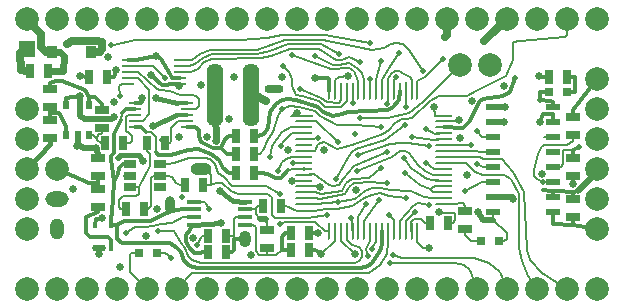
<source format=gtl>
G04 (created by PCBNEW-RS274X (2011-05-25)-stable) date Thu 12 Mar 2015 10:15:44 GMT*
G01*
G70*
G90*
%MOIN*%
G04 Gerber Fmt 3.4, Leading zero omitted, Abs format*
%FSLAX34Y34*%
G04 APERTURE LIST*
%ADD10C,0.006000*%
%ADD11O,0.047200X0.070900*%
%ADD12O,0.078300X0.051200*%
%ADD13C,0.078700*%
%ADD14R,0.055000X0.055000*%
%ADD15R,0.060000X0.009800*%
%ADD16O,0.060000X0.009800*%
%ADD17O,0.009800X0.060000*%
%ADD18R,0.039400X0.027600*%
%ADD19R,0.020000X0.030000*%
%ADD20R,0.045000X0.020000*%
%ADD21R,0.025000X0.045000*%
%ADD22R,0.045000X0.025000*%
%ADD23R,0.050000X0.015000*%
%ADD24R,0.039400X0.010600*%
%ADD25R,0.031400X0.031400*%
%ADD26O,0.055100X0.210200*%
%ADD27R,0.015700X0.019700*%
%ADD28R,0.035400X0.040200*%
%ADD29O,0.070900X0.039400*%
%ADD30O,0.063000X0.027600*%
%ADD31O,0.039400X0.055100*%
%ADD32O,0.031500X0.059100*%
%ADD33O,0.039400X0.019700*%
%ADD34C,0.025000*%
%ADD35C,0.020000*%
%ADD36C,0.011800*%
%ADD37C,0.005000*%
%ADD38C,0.007900*%
%ADD39C,0.019700*%
%ADD40C,0.027600*%
%ADD41C,0.015700*%
%ADD42C,0.023600*%
G04 APERTURE END LIST*
G54D10*
G54D11*
X48000Y-38000D03*
G54D12*
X48000Y-37000D03*
G54D13*
X48000Y-36000D03*
G54D14*
X47000Y-32000D03*
G54D13*
X47000Y-38000D03*
X47000Y-37000D03*
X47000Y-36000D03*
X47000Y-35000D03*
X47000Y-34000D03*
X66000Y-38000D03*
X66000Y-37000D03*
X66000Y-36000D03*
X66000Y-35000D03*
X66000Y-34000D03*
X66000Y-33000D03*
X47000Y-40000D03*
X48000Y-40000D03*
X49000Y-40000D03*
X50000Y-40000D03*
X51000Y-40000D03*
X52000Y-40000D03*
X53000Y-40000D03*
X54000Y-40000D03*
X55000Y-40000D03*
X56000Y-40000D03*
X57000Y-40000D03*
X58000Y-40000D03*
X59000Y-40000D03*
X60000Y-40000D03*
X61000Y-40000D03*
X62000Y-40000D03*
X63000Y-40000D03*
X64000Y-40000D03*
X65000Y-40000D03*
X66000Y-40000D03*
X47000Y-31000D03*
X48000Y-31000D03*
X49000Y-31000D03*
X50000Y-31000D03*
X51000Y-31000D03*
X52000Y-31000D03*
X53000Y-31000D03*
X54000Y-31000D03*
X55000Y-31000D03*
X56000Y-31000D03*
X57000Y-31000D03*
X58000Y-31000D03*
X59000Y-31000D03*
X60000Y-31000D03*
X61000Y-31000D03*
X62000Y-31000D03*
X63000Y-31000D03*
X64000Y-31000D03*
X65000Y-31000D03*
X66000Y-31000D03*
X62450Y-32525D03*
X61450Y-32525D03*
G54D15*
X56239Y-34224D03*
G54D16*
X56239Y-34421D03*
X56239Y-34618D03*
X56239Y-34815D03*
X56239Y-35012D03*
X56239Y-35208D03*
X56239Y-35405D03*
X56239Y-35602D03*
X56239Y-35799D03*
X56239Y-35996D03*
X56239Y-36193D03*
X56239Y-36389D03*
X56239Y-36586D03*
X56239Y-36783D03*
X56239Y-36980D03*
X56239Y-37177D03*
G54D17*
X57074Y-38075D03*
X57271Y-38075D03*
X57468Y-38075D03*
X57665Y-38075D03*
X57862Y-38075D03*
X58058Y-38075D03*
X58255Y-38075D03*
X58452Y-38075D03*
X58649Y-38075D03*
X58846Y-38075D03*
X59043Y-38075D03*
X59239Y-38075D03*
X59436Y-38075D03*
X59633Y-38075D03*
X59830Y-38075D03*
X60027Y-38075D03*
G54D16*
X60925Y-37177D03*
X60925Y-36980D03*
X60925Y-36783D03*
X60925Y-36586D03*
X60925Y-36389D03*
X60925Y-36193D03*
X60925Y-35996D03*
X60925Y-35799D03*
X60925Y-35602D03*
X60925Y-35405D03*
X60925Y-35208D03*
X60925Y-35012D03*
X60925Y-34815D03*
X60925Y-34618D03*
X60925Y-34421D03*
X60925Y-34224D03*
G54D17*
X60027Y-33389D03*
X59830Y-33389D03*
X59436Y-33389D03*
X59633Y-33382D03*
X59239Y-33389D03*
X59043Y-33389D03*
X58846Y-33389D03*
X58649Y-33389D03*
X58452Y-33389D03*
X58255Y-33389D03*
X58061Y-33389D03*
X57864Y-33389D03*
X57667Y-33389D03*
X57470Y-33389D03*
X57274Y-33389D03*
X57077Y-33389D03*
G54D18*
X51450Y-35850D03*
X51450Y-36225D03*
X51450Y-36600D03*
X50450Y-36600D03*
X50450Y-36225D03*
X50450Y-35850D03*
G54D19*
X48325Y-34875D03*
X49075Y-34875D03*
X48325Y-33875D03*
X48700Y-34875D03*
X49075Y-33875D03*
G54D20*
X62543Y-33939D03*
X62543Y-34439D03*
X62543Y-34939D03*
X62543Y-35439D03*
X62543Y-35939D03*
X62543Y-36439D03*
X62543Y-36939D03*
X62543Y-37439D03*
X64543Y-37439D03*
X64543Y-36939D03*
X64543Y-36439D03*
X64543Y-35939D03*
X64543Y-35439D03*
X64543Y-34939D03*
X64543Y-34439D03*
X64543Y-33939D03*
G54D21*
X53975Y-36125D03*
X54575Y-36125D03*
X53975Y-34900D03*
X54575Y-34900D03*
X53975Y-35500D03*
X54575Y-35500D03*
G54D22*
X61625Y-37400D03*
X61625Y-38000D03*
G54D21*
X56400Y-38150D03*
X55800Y-38150D03*
G54D22*
X49375Y-35625D03*
X49375Y-36225D03*
G54D21*
X50900Y-37350D03*
X50300Y-37350D03*
X53650Y-38225D03*
X53050Y-38225D03*
X55800Y-38700D03*
X56400Y-38700D03*
X51600Y-35150D03*
X51000Y-35150D03*
X52875Y-36525D03*
X52275Y-36525D03*
G54D22*
X55025Y-38025D03*
X55025Y-38625D03*
G54D21*
X55475Y-37250D03*
X54875Y-37250D03*
X49625Y-35150D03*
X50225Y-35150D03*
G54D22*
X49525Y-34650D03*
X49525Y-34050D03*
X47775Y-33925D03*
X47775Y-33325D03*
X47775Y-34975D03*
X47775Y-34375D03*
X49375Y-37275D03*
X49375Y-36675D03*
G54D21*
X49675Y-32925D03*
X49075Y-32925D03*
G54D22*
X65225Y-37000D03*
X65225Y-37600D03*
G54D21*
X60450Y-37800D03*
X61050Y-37800D03*
X53650Y-38775D03*
X53050Y-38775D03*
G54D23*
X52575Y-37091D03*
X52575Y-37347D03*
X52575Y-37603D03*
X52575Y-37859D03*
X54275Y-37859D03*
X54275Y-37603D03*
X54275Y-37347D03*
X54275Y-37091D03*
G54D24*
X52350Y-34600D03*
X52350Y-34400D03*
X52350Y-34200D03*
X52350Y-34000D03*
X52350Y-33800D03*
X50600Y-33800D03*
X50600Y-34000D03*
X50600Y-34200D03*
X50600Y-34400D03*
X50600Y-34600D03*
X50375Y-32375D03*
X50375Y-32575D03*
X50375Y-32775D03*
X50375Y-32975D03*
X50375Y-33175D03*
X52125Y-33175D03*
X52125Y-32975D03*
X52125Y-32775D03*
X52125Y-32575D03*
X52125Y-32375D03*
G54D25*
X62155Y-38400D03*
X62745Y-38400D03*
X50755Y-38800D03*
X51345Y-38800D03*
G54D26*
X53284Y-33525D03*
X54466Y-33525D03*
G54D27*
X49806Y-37876D03*
X49294Y-37876D03*
X49294Y-38624D03*
X49550Y-38624D03*
X49806Y-38624D03*
G54D28*
X47854Y-32100D03*
X49146Y-32100D03*
G54D22*
X65200Y-35625D03*
X65200Y-36225D03*
X65217Y-34267D03*
X65217Y-34867D03*
G54D29*
X52800Y-36000D03*
G54D30*
X55250Y-33325D03*
G54D31*
X54275Y-38350D03*
G54D21*
X47725Y-32725D03*
X47125Y-32725D03*
G54D32*
X51775Y-37200D03*
G54D33*
X54875Y-37675D03*
G54D21*
X64425Y-32950D03*
X65025Y-32950D03*
G54D25*
X64405Y-33450D03*
X64995Y-33450D03*
G54D34*
X54475Y-38875D03*
G54D35*
X60200Y-32750D03*
X60325Y-35800D03*
X58300Y-37175D03*
X57400Y-32175D03*
X57000Y-37525D03*
X58025Y-36075D03*
X55450Y-36850D03*
X55450Y-37850D03*
X58825Y-34600D03*
X59575Y-35625D03*
X55500Y-34000D03*
X55325Y-33350D03*
X57875Y-33800D03*
X58100Y-34300D03*
X59075Y-37550D03*
X59650Y-36975D03*
X59625Y-36150D03*
X59000Y-33825D03*
X59950Y-37450D03*
X61625Y-36750D03*
X60400Y-35225D03*
X58050Y-35550D03*
X57375Y-35100D03*
X58825Y-35975D03*
X59025Y-36475D03*
X59850Y-34950D03*
X60325Y-34675D03*
X63275Y-32975D03*
X60875Y-32350D03*
X59400Y-32150D03*
X58800Y-32400D03*
X58450Y-33000D03*
X56600Y-32250D03*
X55850Y-32200D03*
X55550Y-32575D03*
X56125Y-33350D03*
X55375Y-36075D03*
X55875Y-35800D03*
X59300Y-32950D03*
X55100Y-35600D03*
X55475Y-35225D03*
X59025Y-35425D03*
X59100Y-39150D03*
X58375Y-38900D03*
X58525Y-38675D03*
X59200Y-38875D03*
G54D34*
X56775Y-36600D03*
G54D35*
X56700Y-34975D03*
X59625Y-34550D03*
X57325Y-36350D03*
X57375Y-37100D03*
X59650Y-33950D03*
X51375Y-38075D03*
X58450Y-31800D03*
X49800Y-31880D03*
X57825Y-37625D03*
X60400Y-37200D03*
G54D34*
X61425Y-34375D03*
G54D35*
X64100Y-33700D03*
G54D34*
X64175Y-36175D03*
X65200Y-36500D03*
X64075Y-32900D03*
X64125Y-34425D03*
G54D35*
X62000Y-34750D03*
G54D34*
X56625Y-32975D03*
X50975Y-38225D03*
X60425Y-38625D03*
X63200Y-37000D03*
X62933Y-33937D03*
X56700Y-38150D03*
X60950Y-31600D03*
X51525Y-36600D03*
X57950Y-38850D03*
X60575Y-33925D03*
X56900Y-35375D03*
X56025Y-34150D03*
X52550Y-38300D03*
X53450Y-36725D03*
X51320Y-32240D03*
X51315Y-33626D03*
X50850Y-33625D03*
G54D35*
X61800Y-35200D03*
X62000Y-35850D03*
X51800Y-38975D03*
X57950Y-34850D03*
G54D34*
X48550Y-36675D03*
X61675Y-36200D03*
X60750Y-37450D03*
X55850Y-36400D03*
X55525Y-32925D03*
X52825Y-33200D03*
X49900Y-33775D03*
G54D35*
X52175Y-36925D03*
G54D34*
X50110Y-39270D03*
X51228Y-34575D03*
X53750Y-34325D03*
X53900Y-32950D03*
X62925Y-33225D03*
X62925Y-34450D03*
X49300Y-35300D03*
X61450Y-34975D03*
X61850Y-33725D03*
X62250Y-31750D03*
X52075Y-34950D03*
X53025Y-34925D03*
X49725Y-32275D03*
X51350Y-37325D03*
X50350Y-36225D03*
X57975Y-36700D03*
X56800Y-38850D03*
X62050Y-37425D03*
X55725Y-35375D03*
X48764Y-32921D03*
X52075Y-33225D03*
X53475Y-37800D03*
X48675Y-35225D03*
X49425Y-38850D03*
X51150Y-32875D03*
X57725Y-32900D03*
X53300Y-35075D03*
X54475Y-32900D03*
X54975Y-33750D03*
X49925Y-34287D03*
X49975Y-32700D03*
G54D35*
X50050Y-35625D03*
G54D34*
X50875Y-35725D03*
X49500Y-37650D03*
X48775Y-33575D03*
X48340Y-31840D03*
G54D35*
X58100Y-32450D03*
X58750Y-37025D03*
X50300Y-38125D03*
X50100Y-33575D03*
X51600Y-32975D03*
X51500Y-35050D03*
X53075Y-37325D03*
X52675Y-38550D03*
X65425Y-35275D03*
X64575Y-35425D03*
X64375Y-34925D03*
X64217Y-36449D03*
G54D36*
X58375Y-39225D02*
X58500Y-39125D01*
X52000Y-38650D02*
X52136Y-38761D01*
X52136Y-38761D02*
X52250Y-39075D01*
X52250Y-39075D02*
X52450Y-39250D01*
X52450Y-39250D02*
X52675Y-39300D01*
X52675Y-39300D02*
X58150Y-39300D01*
X58375Y-39225D02*
X58150Y-39300D01*
X50171Y-38475D02*
X51767Y-38475D01*
X51767Y-38475D02*
X52000Y-38650D01*
X50025Y-38040D02*
X50025Y-38350D01*
X50025Y-38350D02*
X50171Y-38475D01*
X58800Y-38675D02*
X58850Y-38475D01*
X58500Y-39125D02*
X58700Y-38850D01*
X58700Y-38850D02*
X58800Y-38675D01*
X58850Y-38475D02*
X58846Y-38075D01*
G54D37*
X51775Y-37200D02*
X51775Y-37325D01*
X51775Y-37325D02*
X51850Y-37400D01*
G54D36*
X49875Y-36125D02*
X49925Y-36425D01*
X49806Y-37876D02*
X50024Y-37876D01*
X50025Y-37875D02*
X50025Y-38040D01*
X50024Y-37876D02*
X50025Y-37875D01*
X49806Y-37876D02*
X49806Y-37656D01*
X49800Y-37650D02*
X49850Y-37475D01*
X49850Y-37475D02*
X49925Y-36425D01*
X49806Y-37656D02*
X49800Y-37650D01*
X50050Y-36175D02*
X50075Y-35975D01*
X50075Y-35975D02*
X50200Y-35850D01*
X50200Y-35850D02*
X50450Y-35850D01*
X49925Y-36425D02*
X50050Y-36175D01*
X49825Y-35575D02*
X49825Y-35700D01*
X49825Y-35700D02*
X49875Y-36125D01*
X49825Y-35575D02*
X49900Y-35475D01*
X50303Y-34000D02*
X50173Y-34122D01*
X50600Y-34000D02*
X50303Y-34000D01*
G54D38*
X50150Y-34375D02*
X50173Y-34122D01*
G54D36*
X49900Y-35475D02*
X49900Y-34825D01*
X49900Y-34825D02*
X50150Y-34375D01*
X50020Y-37880D02*
X50025Y-38040D01*
X50020Y-37880D02*
X50250Y-37725D01*
X50250Y-37725D02*
X51150Y-37725D01*
X51150Y-37725D02*
X51525Y-37550D01*
X51525Y-37550D02*
X51850Y-37400D01*
X51850Y-37400D02*
X52225Y-37350D01*
X52225Y-37350D02*
X52575Y-37347D01*
G54D38*
X60925Y-35996D02*
X60575Y-36000D01*
X52528Y-32378D02*
X52775Y-32170D01*
X52775Y-32170D02*
X53125Y-32025D01*
X53125Y-32025D02*
X54675Y-32025D01*
X54675Y-32025D02*
X55150Y-31875D01*
X55150Y-31875D02*
X55600Y-31700D01*
X55600Y-31700D02*
X56875Y-31700D01*
X56875Y-31700D02*
X58350Y-32000D01*
X58350Y-32000D02*
X58525Y-32025D01*
X58525Y-32025D02*
X58900Y-31975D01*
X58900Y-31975D02*
X59150Y-31850D01*
X59150Y-31850D02*
X59325Y-31800D01*
X59325Y-31800D02*
X59550Y-31850D01*
X59550Y-31850D02*
X59750Y-32025D01*
X59750Y-32025D02*
X60200Y-32750D01*
X52528Y-32378D02*
X52125Y-32375D01*
X60575Y-36000D02*
X60325Y-35800D01*
X58058Y-38075D02*
X58058Y-37602D01*
X58058Y-37602D02*
X58300Y-37175D01*
X52425Y-32575D02*
X52125Y-32575D01*
X52875Y-32300D02*
X52600Y-32508D01*
X52600Y-32508D02*
X52425Y-32575D01*
X54675Y-32175D02*
X53175Y-32175D01*
X53175Y-32175D02*
X52875Y-32300D01*
X55700Y-31850D02*
X55125Y-32084D01*
X55125Y-32084D02*
X54675Y-32175D01*
X56800Y-31850D02*
X55700Y-31850D01*
X57400Y-32175D02*
X56800Y-31850D01*
X53150Y-36525D02*
X53150Y-36225D01*
X53150Y-36225D02*
X53075Y-36025D01*
X53075Y-36025D02*
X52800Y-36000D01*
X52875Y-36525D02*
X53150Y-36525D01*
X55175Y-37525D02*
X55275Y-37625D01*
X55275Y-37625D02*
X56375Y-37625D01*
X56375Y-37625D02*
X57000Y-37525D01*
X58025Y-36075D02*
X58850Y-35725D01*
X58850Y-35725D02*
X59175Y-35600D01*
X59175Y-35600D02*
X59450Y-35400D01*
X59600Y-35400D02*
X59750Y-35475D01*
X59450Y-35400D02*
X59600Y-35400D01*
X59750Y-35475D02*
X60050Y-35875D01*
X60050Y-35875D02*
X60275Y-36075D01*
X60275Y-36075D02*
X60550Y-36200D01*
X60550Y-36200D02*
X60925Y-36193D01*
X55175Y-36925D02*
X55175Y-37525D01*
X55025Y-36825D02*
X55175Y-36925D01*
X54050Y-36825D02*
X55025Y-36825D01*
X53150Y-36525D02*
X53300Y-36475D01*
X53300Y-36475D02*
X53525Y-36475D01*
X53525Y-36475D02*
X53800Y-36725D01*
X53800Y-36725D02*
X54050Y-36825D01*
X53275Y-35825D02*
X53375Y-36125D01*
X53375Y-36125D02*
X53575Y-36275D01*
X56950Y-38075D02*
X57074Y-38075D01*
X54975Y-36575D02*
X55450Y-36850D01*
X55450Y-37850D02*
X55600Y-37775D01*
X55600Y-37775D02*
X56625Y-37775D01*
X56625Y-37775D02*
X56950Y-38075D01*
X52100Y-35725D02*
X52425Y-35625D01*
X52425Y-35625D02*
X52950Y-35650D01*
X52950Y-35650D02*
X53125Y-35675D01*
X51725Y-35850D02*
X51925Y-35800D01*
X51925Y-35800D02*
X52100Y-35725D01*
X51450Y-35850D02*
X51725Y-35850D01*
X53125Y-35675D02*
X53275Y-35825D01*
X53850Y-36575D02*
X54975Y-36575D01*
X53575Y-36275D02*
X53575Y-36275D01*
X53575Y-36275D02*
X53850Y-36575D01*
X56775Y-34250D02*
X57350Y-34525D01*
X57350Y-34525D02*
X57975Y-34550D01*
X59825Y-35975D02*
X60150Y-36219D01*
X60150Y-36219D02*
X60350Y-36350D01*
X60350Y-36350D02*
X60550Y-36375D01*
X60550Y-36375D02*
X60925Y-36389D01*
X59575Y-35625D02*
X59825Y-35975D01*
X57975Y-34550D02*
X58825Y-34600D01*
X55500Y-34000D02*
X55775Y-33900D01*
X55775Y-33900D02*
X56075Y-33925D01*
X56075Y-33925D02*
X56625Y-34075D01*
X56625Y-34075D02*
X56775Y-34250D01*
X55250Y-33325D02*
X55325Y-33350D01*
X54575Y-35500D02*
X54775Y-35500D01*
X55025Y-35075D02*
X55217Y-34783D01*
X54925Y-35325D02*
X55025Y-35075D01*
X54775Y-35500D02*
X54925Y-35325D01*
X55375Y-34250D02*
X55500Y-34000D01*
X55217Y-34783D02*
X55375Y-34250D01*
X60400Y-33575D02*
X61450Y-32525D01*
X57864Y-33389D02*
X57875Y-33800D01*
X59750Y-34150D02*
X60200Y-33775D01*
X60200Y-33775D02*
X60400Y-33575D01*
X58100Y-34300D02*
X59050Y-34300D01*
X59050Y-34300D02*
X59750Y-34150D01*
X59239Y-38075D02*
X59240Y-37700D01*
X59240Y-37700D02*
X59075Y-37550D01*
X58780Y-36811D02*
X59075Y-36900D01*
X59075Y-36900D02*
X59650Y-36975D01*
X56004Y-37402D02*
X56594Y-37402D01*
X55650Y-37244D02*
X56004Y-37402D01*
X55475Y-37250D02*
X55650Y-37244D01*
X58250Y-36975D02*
X58525Y-36875D01*
X58525Y-36875D02*
X58780Y-36811D01*
X57850Y-37250D02*
X58100Y-37073D01*
X58100Y-37073D02*
X58250Y-36975D01*
X56975Y-37325D02*
X57350Y-37325D01*
X57350Y-37325D02*
X57850Y-37250D01*
X56594Y-37402D02*
X56975Y-37325D01*
G54D10*
X59043Y-33389D02*
X59043Y-33007D01*
X59830Y-33030D02*
X59830Y-33389D01*
X59775Y-32925D02*
X59830Y-33030D01*
X59275Y-32750D02*
X59400Y-32750D01*
X59400Y-32750D02*
X59575Y-32825D01*
X59575Y-32825D02*
X59775Y-32925D01*
X59043Y-33007D02*
X59150Y-32825D01*
X59150Y-32825D02*
X59275Y-32750D01*
X59043Y-33389D02*
X59050Y-33700D01*
G54D38*
X60125Y-36550D02*
X60450Y-36675D01*
X59625Y-36150D02*
X60125Y-36550D01*
G54D10*
X59050Y-33700D02*
X59000Y-33825D01*
G54D38*
X60450Y-36675D02*
X60500Y-36750D01*
X60500Y-36750D02*
X60533Y-36783D01*
X60533Y-36783D02*
X60925Y-36783D01*
X60614Y-36586D02*
X60925Y-36586D01*
X60525Y-36625D02*
X60614Y-36586D01*
X60450Y-36675D02*
X60525Y-36625D01*
X59633Y-38075D02*
X59633Y-37742D01*
X59633Y-37742D02*
X59950Y-37450D01*
X61625Y-36750D02*
X62175Y-36425D01*
X62175Y-36425D02*
X62543Y-36439D01*
X56239Y-34421D02*
X56646Y-34421D01*
X59725Y-35150D02*
X60400Y-35225D01*
X58050Y-35550D02*
X59100Y-35175D01*
X59100Y-35175D02*
X59475Y-35124D01*
X59475Y-35124D02*
X59725Y-35150D01*
X56646Y-34421D02*
X57375Y-35100D01*
X60925Y-37177D02*
X61348Y-37177D01*
X61625Y-37225D02*
X61625Y-37400D01*
X61550Y-37150D02*
X61625Y-37225D01*
X61375Y-37150D02*
X61550Y-37150D01*
X61348Y-37177D02*
X61375Y-37150D01*
X56239Y-36783D02*
X56600Y-36775D01*
X58425Y-36300D02*
X58825Y-35975D01*
X57850Y-36325D02*
X58425Y-36300D01*
X57500Y-36725D02*
X57650Y-36480D01*
X57650Y-36480D02*
X57850Y-36325D01*
X56800Y-36850D02*
X57500Y-36725D01*
X56600Y-36775D02*
X56800Y-36850D01*
X56600Y-36972D02*
X56239Y-36980D01*
X56775Y-37000D02*
X56600Y-36972D01*
X57625Y-36850D02*
X56775Y-37000D01*
X57750Y-36600D02*
X57625Y-36850D01*
X57900Y-36475D02*
X57750Y-36600D01*
X58475Y-36450D02*
X57900Y-36475D01*
X58825Y-36475D02*
X58475Y-36450D01*
X58825Y-36475D02*
X59025Y-36475D01*
X60925Y-35012D02*
X60575Y-35025D01*
X60575Y-35025D02*
X59850Y-34950D01*
X60925Y-34815D02*
X60600Y-34825D01*
X60600Y-34825D02*
X60325Y-34675D01*
G54D36*
X60925Y-34618D02*
X61550Y-34625D01*
X63100Y-33425D02*
X63275Y-32975D01*
X62200Y-33675D02*
X62875Y-33575D01*
X62875Y-33575D02*
X63100Y-33425D01*
X62100Y-33750D02*
X62200Y-33675D01*
X61750Y-34450D02*
X62100Y-33750D01*
X61550Y-34625D02*
X61750Y-34450D01*
G54D38*
X60027Y-33389D02*
X60025Y-33075D01*
X60275Y-32950D02*
X60875Y-32350D01*
X60025Y-33075D02*
X60275Y-32950D01*
X65000Y-40000D02*
X64650Y-39775D01*
X60925Y-35602D02*
X62127Y-35602D01*
X63675Y-38700D02*
X63775Y-39025D01*
X63775Y-39025D02*
X64175Y-39475D01*
X64175Y-39475D02*
X64650Y-39775D01*
X63575Y-36775D02*
X63675Y-38700D01*
X63225Y-36100D02*
X63575Y-36775D01*
X62200Y-35675D02*
X62850Y-35675D01*
X62850Y-35675D02*
X63225Y-36100D01*
X62127Y-35602D02*
X62200Y-35675D01*
X59043Y-38075D02*
X59050Y-38425D01*
X59050Y-38425D02*
X59000Y-38825D01*
X52525Y-39470D02*
X52000Y-40000D01*
X59000Y-38825D02*
X58775Y-39212D01*
X58775Y-39212D02*
X58425Y-39475D01*
X58425Y-39475D02*
X52525Y-39470D01*
X58846Y-33389D02*
X58846Y-33025D01*
X59075Y-32650D02*
X59400Y-32150D01*
X58846Y-33025D02*
X59075Y-32650D01*
X58649Y-33389D02*
X58649Y-33025D01*
X58649Y-33025D02*
X58800Y-32400D01*
X58452Y-33389D02*
X58452Y-32927D01*
X58452Y-32927D02*
X58450Y-33000D01*
X58255Y-33389D02*
X58250Y-33050D01*
X58175Y-32800D02*
X58000Y-32625D01*
X58000Y-32625D02*
X57750Y-32475D01*
X57750Y-32475D02*
X57425Y-32525D01*
X57425Y-32525D02*
X57225Y-32525D01*
X58250Y-33050D02*
X58175Y-32800D01*
X57225Y-32525D02*
X56600Y-32250D01*
X58061Y-33389D02*
X58061Y-33061D01*
X58061Y-33061D02*
X57925Y-32750D01*
X57925Y-32750D02*
X57750Y-32650D01*
X57750Y-32650D02*
X57150Y-32675D01*
X57150Y-32675D02*
X55850Y-32200D01*
X57667Y-33389D02*
X57675Y-33725D01*
X55975Y-33525D02*
X55850Y-33250D01*
X55850Y-33250D02*
X55850Y-33000D01*
X55850Y-33000D02*
X55750Y-32775D01*
X55750Y-32775D02*
X55550Y-32575D01*
X56175Y-33575D02*
X55975Y-33525D01*
X56750Y-33750D02*
X56175Y-33575D01*
X56953Y-33933D02*
X56750Y-33750D01*
X57465Y-33933D02*
X56953Y-33933D01*
X57675Y-33725D02*
X57465Y-33933D01*
X57470Y-33389D02*
X57475Y-33700D01*
X56825Y-33625D02*
X56125Y-33350D01*
X57024Y-33787D02*
X56825Y-33625D01*
X57406Y-33795D02*
X57024Y-33787D01*
X57475Y-33700D02*
X57406Y-33795D01*
X55725Y-35625D02*
X55875Y-35601D01*
X55875Y-35601D02*
X56239Y-35602D01*
X55725Y-35625D02*
X55500Y-35775D01*
X55500Y-35775D02*
X55375Y-36075D01*
X56239Y-35799D02*
X55875Y-35800D01*
X59250Y-33050D02*
X59239Y-33389D01*
X59250Y-33050D02*
X59300Y-32950D01*
X55800Y-34600D02*
X55501Y-34761D01*
X55162Y-35226D02*
X55100Y-35600D01*
X55501Y-34761D02*
X55162Y-35226D01*
X56239Y-34618D02*
X55800Y-34600D01*
X56239Y-34815D02*
X55844Y-34821D01*
G54D10*
X55550Y-35100D02*
X55475Y-35225D01*
X55844Y-34821D02*
X55550Y-35100D01*
G54D38*
X56239Y-36193D02*
X56575Y-36175D01*
X57900Y-35900D02*
X59025Y-35425D01*
X57550Y-36350D02*
X57900Y-35900D01*
X57425Y-36550D02*
X57550Y-36350D01*
X57225Y-36575D02*
X57425Y-36550D01*
X57075Y-36525D02*
X57225Y-36575D01*
X56575Y-36175D02*
X57075Y-36525D01*
X58450Y-38400D02*
X58452Y-38075D01*
X58325Y-38675D02*
X58375Y-38900D01*
X58375Y-38525D02*
X58325Y-38675D01*
X58450Y-38400D02*
X58375Y-38525D01*
X62000Y-40000D02*
X61775Y-39375D01*
X61775Y-39375D02*
X61590Y-39190D01*
X61290Y-39130D02*
X61590Y-39190D01*
X59100Y-39150D02*
X59475Y-39130D01*
X59475Y-39130D02*
X61290Y-39130D01*
X62775Y-39450D02*
X63000Y-40000D01*
X58650Y-38425D02*
X58550Y-38575D01*
X58550Y-38575D02*
X58525Y-38675D01*
X59200Y-38875D02*
X59500Y-38980D01*
X59500Y-38980D02*
X61910Y-38980D01*
X61910Y-38980D02*
X62425Y-39150D01*
X62425Y-39150D02*
X62775Y-39450D01*
X58649Y-38075D02*
X58650Y-38425D01*
X64000Y-40000D02*
X63700Y-39575D01*
X61649Y-35799D02*
X60925Y-35799D01*
X63425Y-38650D02*
X63525Y-39075D01*
X63525Y-39075D02*
X63700Y-39575D01*
X63425Y-36850D02*
X63425Y-38650D01*
X63150Y-36350D02*
X63425Y-36850D01*
X62225Y-36200D02*
X62900Y-36200D01*
X62900Y-36200D02*
X63150Y-36350D01*
X61950Y-36100D02*
X62225Y-36200D01*
X61950Y-36100D02*
X61950Y-36100D01*
X61649Y-35799D02*
X61950Y-36100D01*
G54D10*
X56239Y-36586D02*
X56761Y-36586D01*
X56761Y-36586D02*
X56775Y-36600D01*
G54D37*
X65000Y-31000D02*
X65000Y-31550D01*
G54D38*
X63450Y-31725D02*
X64950Y-31600D01*
X63225Y-31775D02*
X63450Y-31725D01*
X63225Y-32375D02*
X63225Y-31775D01*
X62975Y-32900D02*
X63225Y-32375D01*
X62975Y-32900D02*
X61975Y-33393D01*
G54D37*
X65000Y-31550D02*
X64950Y-31600D01*
G54D38*
X59075Y-34700D02*
X59275Y-34475D01*
X59275Y-34475D02*
X59500Y-34350D01*
X59500Y-34350D02*
X59650Y-34325D01*
X59650Y-34325D02*
X59850Y-34300D01*
X60450Y-33725D02*
X60750Y-33575D01*
X60750Y-33575D02*
X61675Y-33575D01*
X61675Y-33575D02*
X61975Y-33393D01*
X59850Y-34300D02*
X60450Y-33725D01*
X56600Y-35400D02*
X56725Y-35175D01*
X56725Y-35175D02*
X56925Y-35100D01*
X56925Y-35100D02*
X57350Y-35325D01*
X57350Y-35325D02*
X57850Y-35200D01*
X57850Y-35200D02*
X58875Y-34825D01*
X58875Y-34825D02*
X59075Y-34700D01*
X56239Y-35405D02*
X56600Y-35400D01*
G54D36*
X50600Y-34600D02*
X50800Y-34600D01*
X50800Y-34600D02*
X50975Y-34775D01*
G54D38*
X50975Y-34775D02*
X51142Y-34775D01*
G54D36*
X53750Y-36125D02*
X53975Y-36125D01*
X53425Y-35700D02*
X53550Y-35975D01*
X53550Y-35975D02*
X53750Y-36125D01*
X51800Y-35525D02*
X52050Y-35475D01*
X52050Y-35475D02*
X52375Y-35375D01*
X52375Y-35375D02*
X52725Y-35350D01*
X52725Y-35350D02*
X53150Y-35492D01*
X53150Y-35492D02*
X53425Y-35700D01*
X51300Y-35450D02*
X51375Y-35525D01*
X51375Y-35525D02*
X51800Y-35525D01*
G54D38*
X51300Y-34925D02*
X51300Y-35450D01*
X51142Y-34775D02*
X51300Y-34925D01*
X56239Y-35012D02*
X56525Y-35000D01*
X56525Y-35000D02*
X56700Y-34975D01*
X57850Y-35425D02*
X57750Y-35575D01*
X57750Y-35575D02*
X57325Y-36350D01*
X57850Y-35425D02*
X57975Y-35350D01*
X57975Y-35350D02*
X58950Y-35025D01*
X58950Y-35025D02*
X59625Y-34550D01*
G54D10*
X59650Y-33950D02*
X59633Y-33382D01*
G54D38*
X56239Y-37177D02*
X56650Y-37175D01*
X56650Y-37175D02*
X57375Y-37100D01*
X58800Y-36650D02*
X59100Y-36700D01*
X58275Y-36750D02*
X58500Y-36650D01*
X58500Y-36650D02*
X58800Y-36650D01*
X57950Y-37000D02*
X58275Y-36750D01*
X57375Y-37100D02*
X57950Y-37000D01*
X59100Y-36700D02*
X59825Y-36725D01*
X59825Y-36725D02*
X60250Y-36925D01*
X60250Y-36925D02*
X60525Y-36975D01*
X60525Y-36975D02*
X60925Y-36980D01*
X51375Y-38075D02*
X51925Y-38075D01*
X51925Y-38075D02*
X52150Y-38475D01*
X52150Y-38475D02*
X52275Y-38650D01*
X52275Y-38650D02*
X52375Y-38900D01*
X52375Y-38900D02*
X52525Y-39050D01*
X52525Y-39050D02*
X52825Y-39150D01*
X52825Y-39150D02*
X57960Y-39135D01*
X58080Y-39060D02*
X58090Y-39060D01*
X57960Y-39135D02*
X58080Y-39060D01*
X57665Y-38075D02*
X57665Y-38375D01*
X57850Y-38525D02*
X57665Y-38375D01*
X58080Y-38620D02*
X57850Y-38525D01*
X58175Y-38750D02*
X58080Y-38620D01*
X58175Y-38925D02*
X58175Y-38750D01*
X58090Y-39060D02*
X58175Y-38925D01*
X49800Y-31880D02*
X49920Y-31880D01*
X49920Y-31880D02*
X50600Y-31700D01*
X50600Y-31700D02*
X54100Y-31700D01*
X54100Y-31700D02*
X55000Y-31625D01*
X55000Y-31625D02*
X55500Y-31550D01*
X55500Y-31550D02*
X56950Y-31550D01*
X56950Y-31550D02*
X58450Y-31800D01*
X57825Y-37625D02*
X57850Y-37750D01*
X57850Y-37750D02*
X57850Y-38050D01*
X57850Y-38050D02*
X57862Y-38075D01*
X59436Y-38075D02*
X59429Y-37750D01*
G54D10*
X59429Y-37750D02*
X59875Y-37225D01*
G54D38*
X59875Y-37225D02*
X60050Y-37150D01*
X60050Y-37150D02*
X60400Y-37200D01*
X62155Y-38400D02*
X61825Y-38400D01*
X61625Y-38200D02*
X61625Y-38000D01*
X61825Y-38400D02*
X61625Y-38200D01*
G54D36*
X54575Y-36125D02*
X54800Y-36125D01*
X54800Y-36125D02*
X55050Y-36175D01*
X55050Y-36175D02*
X55275Y-36294D01*
X55275Y-36294D02*
X55475Y-36294D01*
X56235Y-36000D02*
X56239Y-35996D01*
G54D38*
X55904Y-36000D02*
X56235Y-36000D01*
G54D36*
X55475Y-36294D02*
X55700Y-36050D01*
G54D38*
X55700Y-36050D02*
X55904Y-36000D01*
G54D36*
X54575Y-34900D02*
X54725Y-34900D01*
X56700Y-33925D02*
X56875Y-34100D01*
X59425Y-33700D02*
X59436Y-33389D01*
X59225Y-33950D02*
X59425Y-33700D01*
X59050Y-34050D02*
X59225Y-33950D01*
X55300Y-33850D02*
X55525Y-33700D01*
X55125Y-34100D02*
X55300Y-33850D01*
X55039Y-34646D02*
X55125Y-34100D01*
X54725Y-34900D02*
X54921Y-34843D01*
X54921Y-34843D02*
X55039Y-34646D01*
X55975Y-33700D02*
X56700Y-33925D01*
X55725Y-33675D02*
X55975Y-33700D01*
X55525Y-33700D02*
X55725Y-33675D01*
X57717Y-34106D02*
X59050Y-34050D01*
X56875Y-34100D02*
X57200Y-34225D01*
X57200Y-34225D02*
X57500Y-34175D01*
X57500Y-34175D02*
X57717Y-34106D01*
G54D38*
X60450Y-37800D02*
X60275Y-37800D01*
X59825Y-38075D02*
X59830Y-38075D01*
X59825Y-37775D02*
X59825Y-38075D01*
X59925Y-37675D02*
X59825Y-37775D01*
X60150Y-37675D02*
X59925Y-37675D01*
X60275Y-37800D02*
X60150Y-37675D01*
X61429Y-34421D02*
X61425Y-34375D01*
X60925Y-34421D02*
X61429Y-34421D01*
G54D39*
X66000Y-36000D02*
X65950Y-36175D01*
G54D36*
X65375Y-36725D02*
X65225Y-36775D01*
G54D39*
X65950Y-36175D02*
X65375Y-36725D01*
G54D36*
X64100Y-33700D02*
X64100Y-33450D01*
X64100Y-33450D02*
X64100Y-33450D01*
X64100Y-33450D02*
X64405Y-33450D01*
X64543Y-36939D02*
X64550Y-36725D01*
X64550Y-36725D02*
X64475Y-36725D01*
X64475Y-36725D02*
X64225Y-36700D01*
X65225Y-37000D02*
X65225Y-36775D01*
X65225Y-36775D02*
X64975Y-36775D01*
X64610Y-36730D02*
X64550Y-36725D01*
X64900Y-36725D02*
X64610Y-36730D01*
X64975Y-36775D02*
X64900Y-36725D01*
X64100Y-33700D02*
X64450Y-33725D01*
X64450Y-33725D02*
X64550Y-33775D01*
X64550Y-33775D02*
X64543Y-33939D01*
X66000Y-33000D02*
X65225Y-34050D01*
X65225Y-34050D02*
X65217Y-34267D01*
X65200Y-36450D02*
X65200Y-36500D01*
X65200Y-36450D02*
X65200Y-36225D01*
X64225Y-32950D02*
X64425Y-32950D01*
X64075Y-32900D02*
X64225Y-32950D01*
X64550Y-34175D02*
X64543Y-34439D01*
X64125Y-34425D02*
X64200Y-34175D01*
X64200Y-34175D02*
X64550Y-34175D01*
X65225Y-37875D02*
X64550Y-37850D01*
X64550Y-37850D02*
X64543Y-37439D01*
X65225Y-37600D02*
X65225Y-37875D01*
X65225Y-37875D02*
X66000Y-38000D01*
G54D38*
X62000Y-34750D02*
X62164Y-34939D01*
X62164Y-34939D02*
X62543Y-34939D01*
G54D36*
X57077Y-33389D02*
X57077Y-33002D01*
X57050Y-32975D02*
X56625Y-32975D01*
X57077Y-33002D02*
X57050Y-32975D01*
G54D38*
X60027Y-38075D02*
X60027Y-38452D01*
X60200Y-38625D02*
X60425Y-38625D01*
X60027Y-38452D02*
X60200Y-38625D01*
G54D39*
X62543Y-36939D02*
X63214Y-36939D01*
X63214Y-36939D02*
X63200Y-37000D01*
X62543Y-33939D02*
X62931Y-33939D01*
X62931Y-33939D02*
X62933Y-33937D01*
X56700Y-38150D02*
X56700Y-38150D01*
G54D36*
X56400Y-38150D02*
X56700Y-38150D01*
G54D40*
X61000Y-31550D02*
X61000Y-31000D01*
X60950Y-31600D02*
X61000Y-31550D01*
G54D39*
X51525Y-36600D02*
X51450Y-36600D01*
G54D10*
X57468Y-38075D02*
X57468Y-38393D01*
X57468Y-38393D02*
X57950Y-38850D01*
G54D38*
X60624Y-34224D02*
X60925Y-34224D01*
X60575Y-33925D02*
X60624Y-34224D01*
G54D10*
X56239Y-34224D02*
X55824Y-34224D01*
X55824Y-34224D02*
X56025Y-34150D01*
G54D41*
X53875Y-37075D02*
X54275Y-37091D01*
X53450Y-36725D02*
X53875Y-37075D01*
G54D36*
X52125Y-32975D02*
X51831Y-32976D01*
X51475Y-32325D02*
X51320Y-32240D01*
X51768Y-32827D02*
X51475Y-32325D01*
X51831Y-32976D02*
X51768Y-32827D01*
X50650Y-32375D02*
X50375Y-32375D01*
X51320Y-32240D02*
X50650Y-32375D01*
X52350Y-33800D02*
X52025Y-33800D01*
G54D41*
X52025Y-33800D02*
X51325Y-33625D01*
G54D39*
X51325Y-33625D02*
X51315Y-33626D01*
G54D36*
X50850Y-33625D02*
X50875Y-33700D01*
X50875Y-33700D02*
X50825Y-33800D01*
X50825Y-33800D02*
X50600Y-33800D01*
G54D38*
X60925Y-35208D02*
X61642Y-35208D01*
X61642Y-35208D02*
X61800Y-35200D01*
X62000Y-35850D02*
X62200Y-35939D01*
X62200Y-35939D02*
X62543Y-35939D01*
X60925Y-35405D02*
X61925Y-35400D01*
X61925Y-35400D02*
X62175Y-35450D01*
X62175Y-35450D02*
X62543Y-35439D01*
G54D37*
X51375Y-38800D02*
X51345Y-38800D01*
X51625Y-38800D02*
X51375Y-38800D01*
X51700Y-38875D02*
X51625Y-38800D01*
X51800Y-38975D02*
X51700Y-38875D01*
G54D36*
X48700Y-35200D02*
X48675Y-35225D01*
X53050Y-38775D02*
X52875Y-38775D01*
X52575Y-37875D02*
X52575Y-37859D01*
X52450Y-38000D02*
X52575Y-37875D01*
X52450Y-38050D02*
X52450Y-38000D01*
X52300Y-38200D02*
X52450Y-38050D01*
X52325Y-38450D02*
X52300Y-38200D01*
X52425Y-38600D02*
X52325Y-38450D01*
X52425Y-38600D02*
X52425Y-38600D01*
X52575Y-38800D02*
X52425Y-38600D01*
X52775Y-38800D02*
X52575Y-38800D01*
X52875Y-38775D02*
X52775Y-38800D01*
G54D38*
X62543Y-37439D02*
X62543Y-37693D01*
X62543Y-37693D02*
X62550Y-37700D01*
X62550Y-37700D02*
X62550Y-37697D01*
X62745Y-38400D02*
X62925Y-38400D01*
X62925Y-38400D02*
X63000Y-38350D01*
X62675Y-37850D02*
X62550Y-37697D01*
X62875Y-38000D02*
X62675Y-37850D01*
X63000Y-38150D02*
X62875Y-38000D01*
X63000Y-38350D02*
X63000Y-38150D01*
X61225Y-37800D02*
X61050Y-37800D01*
X61275Y-37700D02*
X61225Y-37800D01*
X61275Y-37500D02*
X61275Y-37700D01*
X61250Y-37475D02*
X61275Y-37500D01*
X60775Y-37475D02*
X61250Y-37475D01*
X60750Y-37450D02*
X60775Y-37475D01*
G54D10*
X56239Y-36389D02*
X55850Y-36400D01*
G54D38*
X52125Y-33175D02*
X52075Y-33225D01*
G54D36*
X52350Y-34200D02*
X51975Y-34200D01*
G54D41*
X51228Y-34583D02*
X51228Y-34575D01*
X51975Y-34200D02*
X51228Y-34583D01*
G54D39*
X62543Y-34439D02*
X62925Y-34450D01*
G54D36*
X56400Y-38700D02*
X56625Y-38700D01*
X56819Y-38800D02*
X56850Y-38831D01*
X56850Y-38831D02*
X56800Y-38850D01*
X56625Y-38700D02*
X56819Y-38800D01*
G54D40*
X63000Y-31000D02*
X62250Y-31750D01*
G54D39*
X50350Y-36225D02*
X50450Y-36225D01*
G54D10*
X57271Y-38075D02*
X57271Y-38404D01*
X57271Y-38404D02*
X56800Y-38850D01*
G54D39*
X62543Y-37693D02*
X62550Y-37697D01*
X62550Y-37697D02*
X62200Y-37700D01*
X62200Y-37700D02*
X62050Y-37425D01*
G54D36*
X49075Y-32925D02*
X49050Y-32925D01*
X49050Y-32925D02*
X48764Y-32921D01*
G54D39*
X48700Y-34875D02*
X48700Y-35200D01*
X48700Y-35200D02*
X48925Y-35300D01*
X48925Y-35300D02*
X49300Y-35300D01*
X49300Y-35300D02*
X49375Y-35500D01*
X49375Y-35500D02*
X49375Y-35625D01*
G54D41*
X53000Y-37850D02*
X52575Y-37859D01*
X53475Y-37800D02*
X53000Y-37850D01*
G54D40*
X47125Y-32725D02*
X46975Y-32725D01*
X46975Y-32725D02*
X46799Y-32705D01*
X46799Y-32705D02*
X46791Y-32153D01*
X46791Y-32153D02*
X47000Y-32000D01*
G54D39*
X49425Y-38624D02*
X49425Y-38850D01*
X49550Y-38624D02*
X49425Y-38624D01*
X49425Y-38624D02*
X49294Y-38624D01*
G54D36*
X51150Y-32875D02*
X51500Y-33200D01*
X51748Y-33175D02*
X52125Y-33175D01*
X51696Y-33206D02*
X51748Y-33175D01*
X51500Y-33200D02*
X51696Y-33206D01*
G54D38*
X57274Y-33389D02*
X57275Y-33050D01*
X57275Y-33050D02*
X57400Y-32925D01*
X57400Y-32925D02*
X57725Y-32900D01*
G54D42*
X53284Y-33525D02*
X53287Y-34256D01*
X53323Y-34921D02*
X53300Y-35075D01*
X53287Y-34256D02*
X53323Y-34921D01*
G54D40*
X54475Y-32900D02*
X54466Y-32909D01*
X54466Y-32909D02*
X54466Y-33525D01*
X54466Y-33525D02*
X54600Y-33525D01*
X54600Y-33525D02*
X54975Y-33750D01*
G54D37*
X50755Y-38800D02*
X50500Y-38800D01*
X50450Y-39450D02*
X51000Y-40000D01*
X50450Y-38850D02*
X50450Y-39450D01*
X50500Y-38800D02*
X50450Y-38850D01*
G54D39*
X49925Y-34287D02*
X49850Y-34350D01*
X48775Y-34225D02*
X48775Y-33575D01*
X48950Y-34350D02*
X48775Y-34225D01*
X49850Y-34350D02*
X48950Y-34350D01*
G54D36*
X49675Y-32925D02*
X49900Y-32925D01*
X49975Y-32750D02*
X49975Y-32700D01*
X49900Y-32925D02*
X49975Y-32750D01*
G54D41*
X50125Y-35525D02*
X50750Y-35525D01*
X50125Y-35525D02*
X50050Y-35625D01*
X50750Y-35525D02*
X50875Y-35725D01*
G54D36*
X49294Y-37876D02*
X49300Y-37675D01*
X49300Y-37675D02*
X49500Y-37650D01*
X48325Y-33875D02*
X48325Y-33650D01*
X48325Y-33650D02*
X48775Y-33575D01*
G54D42*
X47725Y-32725D02*
X48225Y-32725D01*
X48225Y-32725D02*
X48250Y-32225D01*
X48250Y-32225D02*
X48125Y-32100D01*
X48125Y-32100D02*
X47854Y-32100D01*
G54D40*
X47000Y-31000D02*
X47000Y-31025D01*
X47000Y-31025D02*
X47475Y-31500D01*
X47475Y-31500D02*
X47475Y-31925D01*
X47475Y-31925D02*
X47650Y-32100D01*
X47650Y-32100D02*
X47854Y-32100D01*
X49375Y-31725D02*
X48500Y-31725D01*
X49375Y-31725D02*
X49500Y-31780D01*
X49500Y-31780D02*
X49520Y-32000D01*
X49520Y-32000D02*
X49450Y-32100D01*
X49450Y-32100D02*
X49146Y-32100D01*
X48500Y-31725D02*
X48340Y-31840D01*
G54D38*
X58255Y-38075D02*
X58255Y-37725D01*
X56733Y-32000D02*
X57325Y-32375D01*
X57500Y-32375D02*
X57750Y-32275D01*
X57325Y-32375D02*
X57500Y-32375D01*
X57750Y-32275D02*
X58100Y-32450D01*
X56733Y-32000D02*
X55775Y-32000D01*
X55775Y-32000D02*
X55150Y-32250D01*
X54825Y-32313D02*
X53175Y-32325D01*
X55150Y-32250D02*
X54825Y-32313D01*
X52700Y-32675D02*
X52470Y-32773D01*
X52925Y-32449D02*
X52700Y-32675D01*
X53175Y-32325D02*
X52925Y-32449D01*
X52470Y-32773D02*
X52125Y-32775D01*
X58255Y-37725D02*
X58750Y-37025D01*
X50375Y-32975D02*
X50700Y-32975D01*
X50700Y-32975D02*
X51089Y-33364D01*
X51087Y-34173D02*
X50875Y-34400D01*
X51089Y-33364D02*
X51087Y-34173D01*
X50875Y-34400D02*
X50600Y-34400D01*
X55025Y-38025D02*
X55025Y-37800D01*
X55025Y-37800D02*
X54875Y-37675D01*
X54647Y-37347D02*
X54647Y-37497D01*
X54647Y-37497D02*
X54750Y-37625D01*
X54750Y-37625D02*
X54900Y-37625D01*
X54900Y-37625D02*
X55025Y-37725D01*
X55025Y-37725D02*
X55025Y-38025D01*
G54D10*
X54275Y-37347D02*
X54647Y-37347D01*
G54D38*
X54675Y-37250D02*
X54875Y-37250D01*
X54647Y-37347D02*
X54675Y-37250D01*
G54D36*
X55500Y-38700D02*
X55500Y-38260D01*
X55500Y-38260D02*
X55600Y-38150D01*
X55600Y-38150D02*
X55800Y-38150D01*
G54D38*
X55025Y-38625D02*
X55025Y-38875D01*
X54560Y-37860D02*
X54640Y-37940D01*
X54750Y-38875D02*
X55025Y-38875D01*
X54650Y-38750D02*
X54750Y-38875D01*
X54640Y-37940D02*
X54650Y-38750D01*
X54275Y-37859D02*
X54560Y-37860D01*
X55025Y-38875D02*
X55300Y-38875D01*
X55300Y-38875D02*
X55500Y-38700D01*
G54D36*
X55500Y-38700D02*
X55800Y-38700D01*
X54275Y-38350D02*
X53925Y-38350D01*
X53925Y-38700D02*
X53850Y-38775D01*
X53850Y-38775D02*
X53650Y-38775D01*
X53925Y-38350D02*
X53925Y-38700D01*
G54D38*
X54275Y-37603D02*
X53950Y-37600D01*
X53950Y-37600D02*
X53900Y-37700D01*
X53900Y-37700D02*
X53900Y-37950D01*
X53900Y-37950D02*
X53900Y-37950D01*
X53900Y-37950D02*
X53925Y-38225D01*
X53650Y-38225D02*
X53925Y-38225D01*
X53925Y-38225D02*
X53925Y-38225D01*
X53925Y-38225D02*
X53925Y-38350D01*
X52200Y-37600D02*
X51850Y-37800D01*
X51850Y-37800D02*
X51475Y-37850D01*
X51475Y-37850D02*
X51200Y-37900D01*
X51200Y-37900D02*
X50950Y-37950D01*
X50950Y-37950D02*
X50600Y-37950D01*
X50600Y-37950D02*
X50300Y-38125D01*
X52575Y-37603D02*
X52200Y-37600D01*
X50094Y-33248D02*
X50181Y-33174D01*
X50181Y-33174D02*
X50375Y-33175D01*
X50100Y-33575D02*
X50094Y-33248D01*
X50375Y-32575D02*
X51200Y-32575D01*
X51200Y-32575D02*
X51600Y-32975D01*
X51500Y-35050D02*
X51600Y-35150D01*
X51600Y-35150D02*
X51775Y-35150D01*
X51775Y-35150D02*
X51825Y-35083D01*
X51825Y-35083D02*
X51825Y-34625D01*
X51825Y-34625D02*
X52050Y-34400D01*
X52050Y-34400D02*
X52350Y-34400D01*
G54D36*
X53675Y-35500D02*
X53975Y-35500D01*
X53492Y-35299D02*
X53675Y-35500D01*
X52350Y-34600D02*
X52600Y-34600D01*
X52600Y-34600D02*
X52736Y-34717D01*
X52736Y-34717D02*
X52760Y-34894D01*
X52760Y-34894D02*
X52827Y-35094D01*
X52827Y-35094D02*
X53205Y-35319D01*
X53205Y-35319D02*
X53492Y-35299D01*
X53756Y-34898D02*
X53975Y-34900D01*
X53600Y-35000D02*
X53756Y-34898D01*
X53492Y-35299D02*
X53600Y-35000D01*
G54D38*
X52575Y-37091D02*
X52950Y-37100D01*
X52950Y-37100D02*
X53075Y-37325D01*
X52675Y-38550D02*
X52850Y-38225D01*
X52850Y-38225D02*
X53050Y-38225D01*
G54D36*
X47775Y-34150D02*
X48075Y-34150D01*
X48325Y-34575D02*
X48325Y-34875D01*
X48075Y-34150D02*
X48325Y-34575D01*
X47775Y-33925D02*
X47775Y-34150D01*
X47775Y-34150D02*
X47775Y-34375D01*
G54D10*
X51000Y-35150D02*
X51000Y-35400D01*
X51125Y-35900D02*
X50750Y-36600D01*
X51125Y-35500D02*
X51125Y-35900D01*
X51000Y-35400D02*
X51125Y-35500D01*
X50300Y-37350D02*
X50125Y-37350D01*
X50750Y-36825D02*
X50750Y-36600D01*
X50650Y-36900D02*
X50750Y-36825D01*
X50200Y-36900D02*
X50650Y-36900D01*
X50075Y-37025D02*
X50200Y-36900D01*
X50125Y-37350D02*
X50075Y-37250D01*
X50075Y-37250D02*
X50075Y-37025D01*
X50750Y-36600D02*
X50450Y-36600D01*
X51450Y-36225D02*
X51225Y-36225D01*
X51050Y-37350D02*
X50900Y-37350D01*
X51150Y-37250D02*
X51050Y-37350D01*
X51150Y-36475D02*
X51150Y-37250D01*
X51225Y-36225D02*
X51150Y-36300D01*
X51150Y-36300D02*
X51150Y-36475D01*
G54D38*
X51450Y-36225D02*
X51725Y-36225D01*
X52100Y-36525D02*
X52275Y-36525D01*
X51725Y-36225D02*
X51850Y-36275D01*
X51850Y-36275D02*
X51975Y-36475D01*
X51975Y-36475D02*
X52100Y-36525D01*
G54D36*
X48000Y-36000D02*
X49075Y-36475D01*
X49075Y-36475D02*
X49375Y-36475D01*
X49375Y-36675D02*
X49375Y-36475D01*
X49375Y-36475D02*
X49375Y-36225D01*
X49375Y-37275D02*
X49375Y-37450D01*
X49375Y-37450D02*
X48975Y-37600D01*
X48975Y-37600D02*
X48975Y-38135D01*
X48975Y-38135D02*
X49120Y-38280D01*
X49120Y-38280D02*
X49700Y-38280D01*
X49700Y-38280D02*
X49806Y-38386D01*
X49806Y-38386D02*
X49806Y-38624D01*
X47775Y-33325D02*
X47775Y-33125D01*
X48950Y-33375D02*
X49075Y-33600D01*
X48179Y-33075D02*
X48950Y-33375D01*
X47975Y-33075D02*
X48179Y-33075D01*
X47775Y-33125D02*
X47975Y-33075D01*
X49075Y-33600D02*
X49075Y-33875D01*
X49525Y-33850D02*
X49525Y-34050D01*
X49275Y-33600D02*
X49525Y-33850D01*
X49075Y-33600D02*
X49275Y-33600D01*
G54D38*
X50600Y-34200D02*
X50366Y-34194D01*
X50366Y-34194D02*
X50303Y-34268D01*
X50303Y-34268D02*
X50303Y-34728D01*
X50303Y-34728D02*
X50425Y-34800D01*
X50425Y-34800D02*
X50525Y-34900D01*
X50525Y-34900D02*
X50525Y-35075D01*
X50525Y-35075D02*
X50450Y-35150D01*
X50450Y-35150D02*
X50225Y-35150D01*
G54D10*
X49350Y-35000D02*
X49350Y-34925D01*
X49525Y-34800D02*
X49525Y-34650D01*
X49475Y-34850D02*
X49525Y-34800D01*
X49425Y-34850D02*
X49475Y-34850D01*
X49350Y-34925D02*
X49425Y-34850D01*
X49625Y-35150D02*
X49475Y-35150D01*
X49225Y-34875D02*
X49075Y-34875D01*
X49350Y-35000D02*
X49225Y-34875D01*
X49350Y-35025D02*
X49350Y-35000D01*
X49475Y-35150D02*
X49350Y-35025D01*
G54D38*
X52350Y-34000D02*
X52650Y-34000D01*
X51450Y-33375D02*
X51775Y-33400D01*
X51350Y-33350D02*
X51450Y-33375D01*
X50700Y-32775D02*
X51350Y-33350D01*
X52125Y-33550D02*
X52500Y-33550D01*
X52500Y-33550D02*
X52645Y-33570D01*
X51775Y-33400D02*
X52125Y-33550D01*
X50375Y-32775D02*
X50700Y-32775D01*
X52650Y-34000D02*
X52750Y-33900D01*
X52750Y-33900D02*
X52750Y-33675D01*
X52750Y-33675D02*
X52645Y-33570D01*
G54D41*
X47775Y-34975D02*
X47775Y-35175D01*
X47775Y-35175D02*
X47000Y-36000D01*
G54D36*
X65425Y-35275D02*
X65200Y-35375D01*
X65200Y-35375D02*
X65200Y-35625D01*
G54D10*
X64543Y-35939D02*
X64825Y-35950D01*
X64875Y-35850D02*
X64875Y-35375D01*
X64875Y-35375D02*
X65200Y-35375D01*
X64825Y-35950D02*
X64875Y-35850D01*
G54D38*
X64543Y-35439D02*
X64575Y-35425D01*
X64575Y-35425D02*
X64575Y-35425D01*
X64375Y-34925D02*
X64250Y-34939D01*
X64250Y-34939D02*
X64543Y-34939D01*
X64220Y-36439D02*
X64000Y-36350D01*
X64000Y-36350D02*
X63925Y-36225D01*
X63925Y-36225D02*
X63925Y-36050D01*
X63925Y-36050D02*
X64050Y-35519D01*
X64050Y-35519D02*
X64175Y-35250D01*
X64175Y-35250D02*
X64275Y-35199D01*
X64275Y-35199D02*
X65000Y-35200D01*
X65000Y-35200D02*
X65217Y-35059D01*
X65217Y-35059D02*
X65217Y-34867D01*
G54D10*
X64227Y-36439D02*
X64220Y-36439D01*
X64220Y-36439D02*
X64543Y-36439D01*
X64217Y-36449D02*
X64227Y-36439D01*
G54D36*
X64995Y-33450D02*
X65275Y-33450D01*
X65275Y-33450D02*
X65275Y-32950D01*
X65275Y-32950D02*
X65025Y-32950D01*
M02*

</source>
